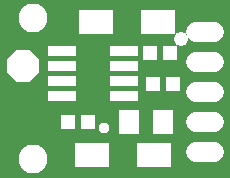
<source format=gbr>
G04 EAGLE Gerber RS-274X export*
G75*
%MOMM*%
%FSLAX34Y34*%
%LPD*%
%INSoldermask Top*%
%IPNEG*%
%AMOC8*
5,1,8,0,0,1.08239X$1,22.5*%
G01*
%ADD10C,2.463800*%
%ADD11R,2.953200X2.003200*%
%ADD12R,1.303200X1.203200*%
%ADD13R,1.203200X1.303200*%
%ADD14R,2.413000X0.812800*%
%ADD15C,1.727200*%
%ADD16R,1.803200X2.006200*%
%ADD17P,2.969212X8X22.500000*%
%ADD18C,0.959600*%
%ADD19C,1.219200*%


D10*
X41275Y19050D03*
X41275Y138430D03*
D11*
X95035Y135255D03*
X147535Y135255D03*
X91225Y22225D03*
X143725Y22225D03*
D12*
X140725Y109220D03*
X157725Y109220D03*
X70875Y50165D03*
X87875Y50165D03*
D13*
X143265Y82550D03*
X160265Y82550D03*
D14*
X65913Y110490D03*
X118237Y110490D03*
X65913Y97790D03*
X65913Y85090D03*
X118237Y97790D03*
X118237Y85090D03*
X65913Y72390D03*
X118237Y72390D03*
D15*
X179705Y127000D02*
X194945Y127000D01*
X194945Y101600D02*
X179705Y101600D01*
X179705Y76200D02*
X194945Y76200D01*
X194945Y50800D02*
X179705Y50800D01*
X179705Y25400D02*
X194945Y25400D01*
D16*
X122940Y50800D03*
X151380Y50800D03*
D17*
X33020Y97790D03*
D18*
X101600Y45720D03*
D19*
X166370Y120650D03*
M02*

</source>
